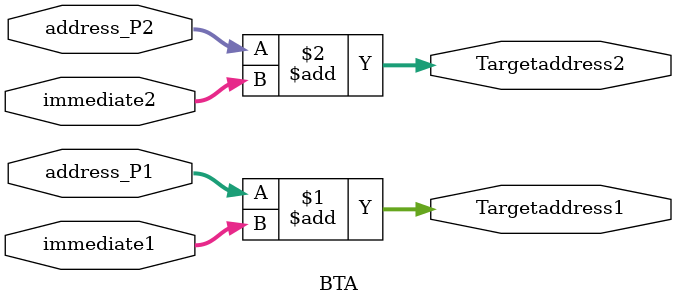
<source format=v>
module BTA(
input [7:0] address_P1, address_P2,
input [7:0] immediate1, immediate2,
output [7:0] Targetaddress1, Targetaddress2

);


	assign Targetaddress1 = address_P1 + immediate1;
	
	assign Targetaddress2 = address_P2 + immediate2;

endmodule


</source>
